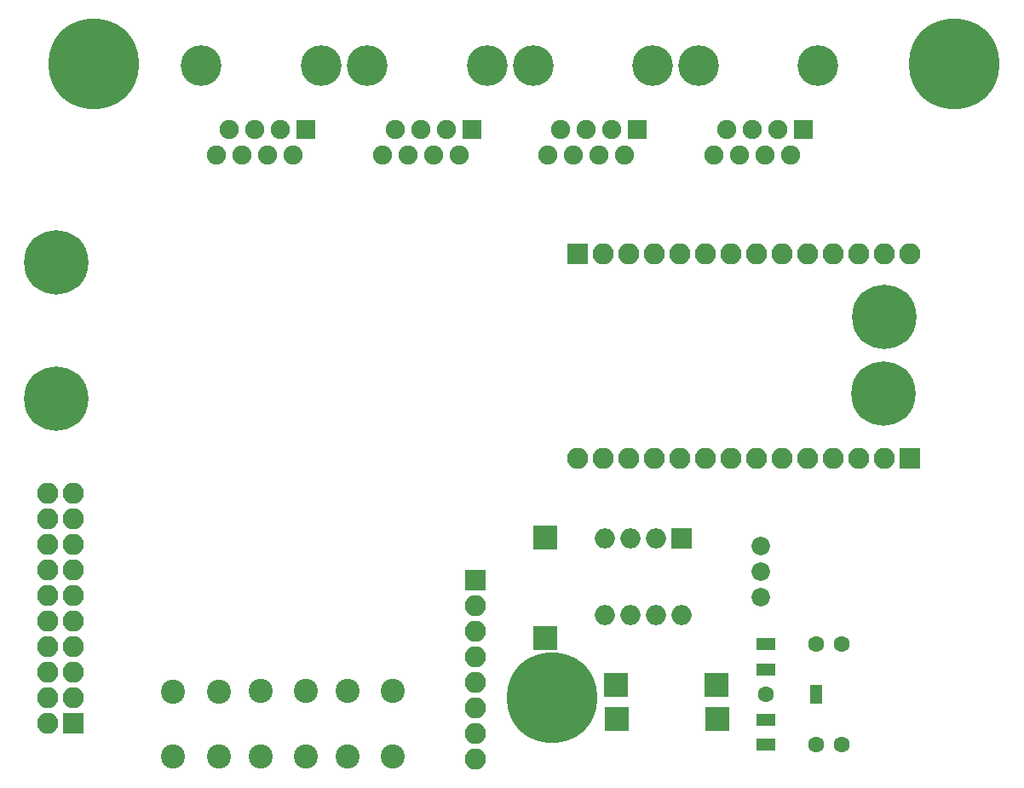
<source format=gbs>
G04 #@! TF.GenerationSoftware,KiCad,Pcbnew,(5.0.0-rc2-dev-340-g7483a73a5)*
G04 #@! TF.CreationDate,2018-06-13T08:56:42+02:00*
G04 #@! TF.ProjectId,AudiA6Main,4175646941364D61696E2E6B69636164,rev?*
G04 #@! TF.SameCoordinates,Original*
G04 #@! TF.FileFunction,Soldermask,Bot*
G04 #@! TF.FilePolarity,Negative*
%FSLAX46Y46*%
G04 Gerber Fmt 4.6, Leading zero omitted, Abs format (unit mm)*
G04 Created by KiCad (PCBNEW (5.0.0-rc2-dev-340-g7483a73a5)) date 06/13/18 08:56:42*
%MOMM*%
%LPD*%
G01*
G04 APERTURE LIST*
%ADD10C,9.000000*%
%ADD11R,2.100000X2.100000*%
%ADD12O,2.100000X2.100000*%
%ADD13R,1.900000X1.200000*%
%ADD14C,1.600000*%
%ADD15R,1.200000X1.900000*%
%ADD16C,1.900000*%
%ADD17R,1.900000X1.900000*%
%ADD18C,4.050000*%
%ADD19C,2.400000*%
%ADD20O,2.000000X2.000000*%
%ADD21R,2.000000X2.000000*%
%ADD22C,6.399480*%
%ADD23R,2.398980X2.398980*%
%ADD24C,1.840000*%
G04 APERTURE END LIST*
D10*
X47900000Y-104050000D03*
X133400000Y-104050000D03*
D11*
X95980000Y-122920000D03*
D12*
X98520000Y-122920000D03*
X101060000Y-122920000D03*
X103600000Y-122920000D03*
X106140000Y-122920000D03*
X108680000Y-122920000D03*
X111220000Y-122920000D03*
X113760000Y-122920000D03*
X116300000Y-122920000D03*
X118840000Y-122920000D03*
X121380000Y-122920000D03*
X123920000Y-122920000D03*
X126460000Y-122920000D03*
X129000000Y-122920000D03*
D13*
X114700000Y-161700000D03*
X114700000Y-171700000D03*
X114700000Y-164200000D03*
X114700000Y-169200000D03*
D14*
X114700000Y-166700000D03*
X119700000Y-161700000D03*
X122200000Y-161700000D03*
X119700000Y-171700000D03*
X122200000Y-171700000D03*
D15*
X119700000Y-166700000D03*
D11*
X85850000Y-155300000D03*
D12*
X85850000Y-157840000D03*
X85850000Y-160380000D03*
X85850000Y-162920000D03*
X85850000Y-165460000D03*
X85850000Y-168000000D03*
X85850000Y-170540000D03*
X85850000Y-173080000D03*
D16*
X109499999Y-113054999D03*
X110769999Y-110514999D03*
X112039999Y-113054999D03*
X113309999Y-110514999D03*
X114579999Y-113054999D03*
X115849999Y-110514999D03*
X117119999Y-113054999D03*
D17*
X118389999Y-110514999D03*
D18*
X119879999Y-104164999D03*
X108009999Y-104164999D03*
X91539999Y-104164999D03*
X103409999Y-104164999D03*
D17*
X101919999Y-110514999D03*
D16*
X100649999Y-113054999D03*
X99379999Y-110514999D03*
X98109999Y-113054999D03*
X96839999Y-110514999D03*
X95569999Y-113054999D03*
X94299999Y-110514999D03*
X93029999Y-113054999D03*
X60085000Y-113090000D03*
X61355000Y-110550000D03*
X62625000Y-113090000D03*
X63895000Y-110550000D03*
X65165000Y-113090000D03*
X66435000Y-110550000D03*
X67705000Y-113090000D03*
D17*
X68975000Y-110550000D03*
D18*
X70465000Y-104200000D03*
X58595000Y-104200000D03*
X75095000Y-104200000D03*
X86965000Y-104200000D03*
D17*
X85475000Y-110550000D03*
D16*
X84205000Y-113090000D03*
X82935000Y-110550000D03*
X81665000Y-113090000D03*
X80395000Y-110550000D03*
X79125000Y-113090000D03*
X77855000Y-110550000D03*
X76585000Y-113090000D03*
D12*
X95970000Y-143240000D03*
X98510000Y-143240000D03*
X101050000Y-143240000D03*
X103590000Y-143240000D03*
X106130000Y-143240000D03*
X108670000Y-143240000D03*
X111210000Y-143240000D03*
X113750000Y-143240000D03*
X116290000Y-143240000D03*
X118830000Y-143240000D03*
X121370000Y-143240000D03*
X123910000Y-143240000D03*
X126450000Y-143240000D03*
D11*
X128990000Y-143240000D03*
D19*
X60300000Y-172900000D03*
X55800000Y-172900000D03*
X60300000Y-166400000D03*
X55800000Y-166400000D03*
D20*
X106300000Y-158770000D03*
X98680000Y-151150000D03*
X103760000Y-158770000D03*
X101220000Y-151150000D03*
X101220000Y-158770000D03*
X103760000Y-151150000D03*
X98680000Y-158770000D03*
D21*
X106300000Y-151150000D03*
D19*
X73082500Y-166379999D03*
X77582500Y-166379999D03*
X73082500Y-172879999D03*
X77582500Y-172879999D03*
X68975000Y-172875000D03*
X64475000Y-172875000D03*
X68975000Y-166375000D03*
X64475000Y-166375000D03*
D12*
X43310000Y-146740000D03*
X45850000Y-146740000D03*
X43310000Y-149280000D03*
X45850000Y-149280000D03*
X43310000Y-151820000D03*
X45850000Y-151820000D03*
X43310000Y-154360000D03*
X45850000Y-154360000D03*
X43310000Y-156900000D03*
X45850000Y-156900000D03*
X43310000Y-159440000D03*
X45850000Y-159440000D03*
X43310000Y-161980000D03*
X45850000Y-161980000D03*
X43310000Y-164520000D03*
X45850000Y-164520000D03*
X43310000Y-167060000D03*
X45850000Y-167060000D03*
X43310000Y-169600000D03*
D11*
X45850000Y-169600000D03*
D22*
X126350000Y-136800000D03*
X126500000Y-129150000D03*
X44200000Y-137300000D03*
X44200000Y-123750000D03*
D23*
X109802280Y-165750000D03*
X99799760Y-165750000D03*
X99849760Y-169150000D03*
X109852280Y-169150000D03*
D24*
X114150000Y-151970000D03*
X114150000Y-154510000D03*
X114150000Y-157050000D03*
D10*
X93400000Y-167050000D03*
D23*
X92800000Y-151098740D03*
X92800000Y-161101260D03*
M02*

</source>
